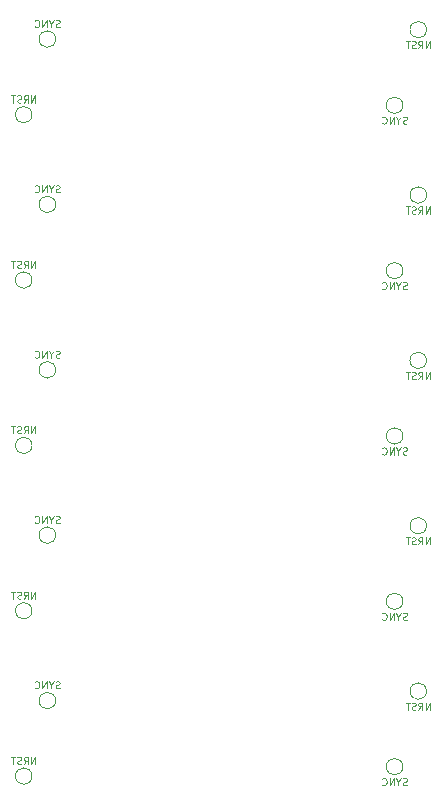
<source format=gbr>
G04 #@! TF.GenerationSoftware,KiCad,Pcbnew,(5.99.0-812-g5d5363396)*
G04 #@! TF.CreationDate,2020-02-01T10:18:43+03:00*
G04 #@! TF.ProjectId,stm32_ds2480_emu_panel,73746d33-325f-4647-9332-3438305f656d,rev?*
G04 #@! TF.SameCoordinates,PX68e7780PY7ed6b40*
G04 #@! TF.FileFunction,Legend,Bot*
G04 #@! TF.FilePolarity,Positive*
%FSLAX46Y46*%
G04 Gerber Fmt 4.6, Leading zero omitted, Abs format (unit mm)*
G04 Created by KiCad (PCBNEW (5.99.0-812-g5d5363396)) date 2020-02-01 10:18:43*
%MOMM*%
%LPD*%
G04 APERTURE LIST*
%ADD10C,0.120000*%
%ADD11C,0.100000*%
G04 APERTURE END LIST*
D10*
X50400000Y11200000D02*
G75*
G03*
X50400000Y11200000I-700000J0D01*
G01*
X50400000Y25200000D02*
G75*
G03*
X50400000Y25200000I-700000J0D01*
G01*
X50400000Y39200000D02*
G75*
G03*
X50400000Y39200000I-700000J0D01*
G01*
X50400000Y53200000D02*
G75*
G03*
X50400000Y53200000I-700000J0D01*
G01*
X52400000Y17600000D02*
G75*
G03*
X52400000Y17600000I-700000J0D01*
G01*
X52400000Y31600000D02*
G75*
G03*
X52400000Y31600000I-700000J0D01*
G01*
X52400000Y45600000D02*
G75*
G03*
X52400000Y45600000I-700000J0D01*
G01*
X52400000Y59600000D02*
G75*
G03*
X52400000Y59600000I-700000J0D01*
G01*
X21000000Y16800000D02*
G75*
G03*
X21000000Y16800000I-700000J0D01*
G01*
X21000000Y30800000D02*
G75*
G03*
X21000000Y30800000I-700000J0D01*
G01*
X21000000Y44800000D02*
G75*
G03*
X21000000Y44800000I-700000J0D01*
G01*
X21000000Y58800000D02*
G75*
G03*
X21000000Y58800000I-700000J0D01*
G01*
X19000000Y10400000D02*
G75*
G03*
X19000000Y10400000I-700000J0D01*
G01*
X19000000Y24400000D02*
G75*
G03*
X19000000Y24400000I-700000J0D01*
G01*
X19000000Y38400000D02*
G75*
G03*
X19000000Y38400000I-700000J0D01*
G01*
X19000000Y52400000D02*
G75*
G03*
X19000000Y52400000I-700000J0D01*
G01*
X50400000Y67200000D02*
G75*
G03*
X50400000Y67200000I-700000J0D01*
G01*
X52400000Y73600000D02*
G75*
G03*
X52400000Y73600000I-700000J0D01*
G01*
X19000000Y66400000D02*
G75*
G03*
X19000000Y66400000I-700000J0D01*
G01*
X21000000Y72800000D02*
G75*
G03*
X21000000Y72800000I-700000J0D01*
G01*
D11*
X50742857Y9657143D02*
X50657142Y9628572D01*
X50514285Y9628572D01*
X50457142Y9657143D01*
X50428571Y9685715D01*
X50400000Y9742858D01*
X50400000Y9800000D01*
X50428571Y9857143D01*
X50457142Y9885715D01*
X50514285Y9914286D01*
X50628571Y9942858D01*
X50685714Y9971429D01*
X50714285Y10000000D01*
X50742857Y10057143D01*
X50742857Y10114286D01*
X50714285Y10171429D01*
X50685714Y10200000D01*
X50628571Y10228572D01*
X50485714Y10228572D01*
X50400000Y10200000D01*
X50028571Y9914286D02*
X50028571Y9628572D01*
X50228571Y10228572D02*
X50028571Y9914286D01*
X49828571Y10228572D01*
X49628571Y9628572D02*
X49628571Y10228572D01*
X49285714Y9628572D01*
X49285714Y10228572D01*
X48657142Y9685715D02*
X48685714Y9657143D01*
X48771428Y9628572D01*
X48828571Y9628572D01*
X48914285Y9657143D01*
X48971428Y9714286D01*
X49000000Y9771429D01*
X49028571Y9885715D01*
X49028571Y9971429D01*
X49000000Y10085715D01*
X48971428Y10142858D01*
X48914285Y10200000D01*
X48828571Y10228572D01*
X48771428Y10228572D01*
X48685714Y10200000D01*
X48657142Y10171429D01*
X50742857Y23657143D02*
X50657142Y23628572D01*
X50514285Y23628572D01*
X50457142Y23657143D01*
X50428571Y23685715D01*
X50400000Y23742858D01*
X50400000Y23800000D01*
X50428571Y23857143D01*
X50457142Y23885715D01*
X50514285Y23914286D01*
X50628571Y23942858D01*
X50685714Y23971429D01*
X50714285Y24000000D01*
X50742857Y24057143D01*
X50742857Y24114286D01*
X50714285Y24171429D01*
X50685714Y24200000D01*
X50628571Y24228572D01*
X50485714Y24228572D01*
X50400000Y24200000D01*
X50028571Y23914286D02*
X50028571Y23628572D01*
X50228571Y24228572D02*
X50028571Y23914286D01*
X49828571Y24228572D01*
X49628571Y23628572D02*
X49628571Y24228572D01*
X49285714Y23628572D01*
X49285714Y24228572D01*
X48657142Y23685715D02*
X48685714Y23657143D01*
X48771428Y23628572D01*
X48828571Y23628572D01*
X48914285Y23657143D01*
X48971428Y23714286D01*
X49000000Y23771429D01*
X49028571Y23885715D01*
X49028571Y23971429D01*
X49000000Y24085715D01*
X48971428Y24142858D01*
X48914285Y24200000D01*
X48828571Y24228572D01*
X48771428Y24228572D01*
X48685714Y24200000D01*
X48657142Y24171429D01*
X50742857Y37657143D02*
X50657142Y37628572D01*
X50514285Y37628572D01*
X50457142Y37657143D01*
X50428571Y37685715D01*
X50400000Y37742858D01*
X50400000Y37800000D01*
X50428571Y37857143D01*
X50457142Y37885715D01*
X50514285Y37914286D01*
X50628571Y37942858D01*
X50685714Y37971429D01*
X50714285Y38000000D01*
X50742857Y38057143D01*
X50742857Y38114286D01*
X50714285Y38171429D01*
X50685714Y38200000D01*
X50628571Y38228572D01*
X50485714Y38228572D01*
X50400000Y38200000D01*
X50028571Y37914286D02*
X50028571Y37628572D01*
X50228571Y38228572D02*
X50028571Y37914286D01*
X49828571Y38228572D01*
X49628571Y37628572D02*
X49628571Y38228572D01*
X49285714Y37628572D01*
X49285714Y38228572D01*
X48657142Y37685715D02*
X48685714Y37657143D01*
X48771428Y37628572D01*
X48828571Y37628572D01*
X48914285Y37657143D01*
X48971428Y37714286D01*
X49000000Y37771429D01*
X49028571Y37885715D01*
X49028571Y37971429D01*
X49000000Y38085715D01*
X48971428Y38142858D01*
X48914285Y38200000D01*
X48828571Y38228572D01*
X48771428Y38228572D01*
X48685714Y38200000D01*
X48657142Y38171429D01*
X50742857Y51657143D02*
X50657142Y51628572D01*
X50514285Y51628572D01*
X50457142Y51657143D01*
X50428571Y51685715D01*
X50400000Y51742858D01*
X50400000Y51800000D01*
X50428571Y51857143D01*
X50457142Y51885715D01*
X50514285Y51914286D01*
X50628571Y51942858D01*
X50685714Y51971429D01*
X50714285Y52000000D01*
X50742857Y52057143D01*
X50742857Y52114286D01*
X50714285Y52171429D01*
X50685714Y52200000D01*
X50628571Y52228572D01*
X50485714Y52228572D01*
X50400000Y52200000D01*
X50028571Y51914286D02*
X50028571Y51628572D01*
X50228571Y52228572D02*
X50028571Y51914286D01*
X49828571Y52228572D01*
X49628571Y51628572D02*
X49628571Y52228572D01*
X49285714Y51628572D01*
X49285714Y52228572D01*
X48657142Y51685715D02*
X48685714Y51657143D01*
X48771428Y51628572D01*
X48828571Y51628572D01*
X48914285Y51657143D01*
X48971428Y51714286D01*
X49000000Y51771429D01*
X49028571Y51885715D01*
X49028571Y51971429D01*
X49000000Y52085715D01*
X48971428Y52142858D01*
X48914285Y52200000D01*
X48828571Y52228572D01*
X48771428Y52228572D01*
X48685714Y52200000D01*
X48657142Y52171429D01*
X52685714Y16028572D02*
X52685714Y16628572D01*
X52342857Y16028572D01*
X52342857Y16628572D01*
X51714285Y16028572D02*
X51914285Y16314286D01*
X52057142Y16028572D02*
X52057142Y16628572D01*
X51828571Y16628572D01*
X51771428Y16600000D01*
X51742857Y16571429D01*
X51714285Y16514286D01*
X51714285Y16428572D01*
X51742857Y16371429D01*
X51771428Y16342858D01*
X51828571Y16314286D01*
X52057142Y16314286D01*
X51485714Y16057143D02*
X51400000Y16028572D01*
X51257142Y16028572D01*
X51200000Y16057143D01*
X51171428Y16085715D01*
X51142857Y16142858D01*
X51142857Y16200000D01*
X51171428Y16257143D01*
X51200000Y16285715D01*
X51257142Y16314286D01*
X51371428Y16342858D01*
X51428571Y16371429D01*
X51457142Y16400000D01*
X51485714Y16457143D01*
X51485714Y16514286D01*
X51457142Y16571429D01*
X51428571Y16600000D01*
X51371428Y16628572D01*
X51228571Y16628572D01*
X51142857Y16600000D01*
X50971428Y16628572D02*
X50628571Y16628572D01*
X50800000Y16028572D02*
X50800000Y16628572D01*
X52685714Y30028572D02*
X52685714Y30628572D01*
X52342857Y30028572D01*
X52342857Y30628572D01*
X51714285Y30028572D02*
X51914285Y30314286D01*
X52057142Y30028572D02*
X52057142Y30628572D01*
X51828571Y30628572D01*
X51771428Y30600000D01*
X51742857Y30571429D01*
X51714285Y30514286D01*
X51714285Y30428572D01*
X51742857Y30371429D01*
X51771428Y30342858D01*
X51828571Y30314286D01*
X52057142Y30314286D01*
X51485714Y30057143D02*
X51400000Y30028572D01*
X51257142Y30028572D01*
X51200000Y30057143D01*
X51171428Y30085715D01*
X51142857Y30142858D01*
X51142857Y30200000D01*
X51171428Y30257143D01*
X51200000Y30285715D01*
X51257142Y30314286D01*
X51371428Y30342858D01*
X51428571Y30371429D01*
X51457142Y30400000D01*
X51485714Y30457143D01*
X51485714Y30514286D01*
X51457142Y30571429D01*
X51428571Y30600000D01*
X51371428Y30628572D01*
X51228571Y30628572D01*
X51142857Y30600000D01*
X50971428Y30628572D02*
X50628571Y30628572D01*
X50800000Y30028572D02*
X50800000Y30628572D01*
X52685714Y44028572D02*
X52685714Y44628572D01*
X52342857Y44028572D01*
X52342857Y44628572D01*
X51714285Y44028572D02*
X51914285Y44314286D01*
X52057142Y44028572D02*
X52057142Y44628572D01*
X51828571Y44628572D01*
X51771428Y44600000D01*
X51742857Y44571429D01*
X51714285Y44514286D01*
X51714285Y44428572D01*
X51742857Y44371429D01*
X51771428Y44342858D01*
X51828571Y44314286D01*
X52057142Y44314286D01*
X51485714Y44057143D02*
X51400000Y44028572D01*
X51257142Y44028572D01*
X51200000Y44057143D01*
X51171428Y44085715D01*
X51142857Y44142858D01*
X51142857Y44200000D01*
X51171428Y44257143D01*
X51200000Y44285715D01*
X51257142Y44314286D01*
X51371428Y44342858D01*
X51428571Y44371429D01*
X51457142Y44400000D01*
X51485714Y44457143D01*
X51485714Y44514286D01*
X51457142Y44571429D01*
X51428571Y44600000D01*
X51371428Y44628572D01*
X51228571Y44628572D01*
X51142857Y44600000D01*
X50971428Y44628572D02*
X50628571Y44628572D01*
X50800000Y44028572D02*
X50800000Y44628572D01*
X52685714Y58028572D02*
X52685714Y58628572D01*
X52342857Y58028572D01*
X52342857Y58628572D01*
X51714285Y58028572D02*
X51914285Y58314286D01*
X52057142Y58028572D02*
X52057142Y58628572D01*
X51828571Y58628572D01*
X51771428Y58600000D01*
X51742857Y58571429D01*
X51714285Y58514286D01*
X51714285Y58428572D01*
X51742857Y58371429D01*
X51771428Y58342858D01*
X51828571Y58314286D01*
X52057142Y58314286D01*
X51485714Y58057143D02*
X51400000Y58028572D01*
X51257142Y58028572D01*
X51200000Y58057143D01*
X51171428Y58085715D01*
X51142857Y58142858D01*
X51142857Y58200000D01*
X51171428Y58257143D01*
X51200000Y58285715D01*
X51257142Y58314286D01*
X51371428Y58342858D01*
X51428571Y58371429D01*
X51457142Y58400000D01*
X51485714Y58457143D01*
X51485714Y58514286D01*
X51457142Y58571429D01*
X51428571Y58600000D01*
X51371428Y58628572D01*
X51228571Y58628572D01*
X51142857Y58600000D01*
X50971428Y58628572D02*
X50628571Y58628572D01*
X50800000Y58028572D02*
X50800000Y58628572D01*
X21342857Y17857143D02*
X21257142Y17828572D01*
X21114285Y17828572D01*
X21057142Y17857143D01*
X21028571Y17885715D01*
X21000000Y17942858D01*
X21000000Y18000000D01*
X21028571Y18057143D01*
X21057142Y18085715D01*
X21114285Y18114286D01*
X21228571Y18142858D01*
X21285714Y18171429D01*
X21314285Y18200000D01*
X21342857Y18257143D01*
X21342857Y18314286D01*
X21314285Y18371429D01*
X21285714Y18400000D01*
X21228571Y18428572D01*
X21085714Y18428572D01*
X21000000Y18400000D01*
X20628571Y18114286D02*
X20628571Y17828572D01*
X20828571Y18428572D02*
X20628571Y18114286D01*
X20428571Y18428572D01*
X20228571Y17828572D02*
X20228571Y18428572D01*
X19885714Y17828572D01*
X19885714Y18428572D01*
X19257142Y17885715D02*
X19285714Y17857143D01*
X19371428Y17828572D01*
X19428571Y17828572D01*
X19514285Y17857143D01*
X19571428Y17914286D01*
X19600000Y17971429D01*
X19628571Y18085715D01*
X19628571Y18171429D01*
X19600000Y18285715D01*
X19571428Y18342858D01*
X19514285Y18400000D01*
X19428571Y18428572D01*
X19371428Y18428572D01*
X19285714Y18400000D01*
X19257142Y18371429D01*
X21342857Y31857143D02*
X21257142Y31828572D01*
X21114285Y31828572D01*
X21057142Y31857143D01*
X21028571Y31885715D01*
X21000000Y31942858D01*
X21000000Y32000000D01*
X21028571Y32057143D01*
X21057142Y32085715D01*
X21114285Y32114286D01*
X21228571Y32142858D01*
X21285714Y32171429D01*
X21314285Y32200000D01*
X21342857Y32257143D01*
X21342857Y32314286D01*
X21314285Y32371429D01*
X21285714Y32400000D01*
X21228571Y32428572D01*
X21085714Y32428572D01*
X21000000Y32400000D01*
X20628571Y32114286D02*
X20628571Y31828572D01*
X20828571Y32428572D02*
X20628571Y32114286D01*
X20428571Y32428572D01*
X20228571Y31828572D02*
X20228571Y32428572D01*
X19885714Y31828572D01*
X19885714Y32428572D01*
X19257142Y31885715D02*
X19285714Y31857143D01*
X19371428Y31828572D01*
X19428571Y31828572D01*
X19514285Y31857143D01*
X19571428Y31914286D01*
X19600000Y31971429D01*
X19628571Y32085715D01*
X19628571Y32171429D01*
X19600000Y32285715D01*
X19571428Y32342858D01*
X19514285Y32400000D01*
X19428571Y32428572D01*
X19371428Y32428572D01*
X19285714Y32400000D01*
X19257142Y32371429D01*
X21342857Y45857143D02*
X21257142Y45828572D01*
X21114285Y45828572D01*
X21057142Y45857143D01*
X21028571Y45885715D01*
X21000000Y45942858D01*
X21000000Y46000000D01*
X21028571Y46057143D01*
X21057142Y46085715D01*
X21114285Y46114286D01*
X21228571Y46142858D01*
X21285714Y46171429D01*
X21314285Y46200000D01*
X21342857Y46257143D01*
X21342857Y46314286D01*
X21314285Y46371429D01*
X21285714Y46400000D01*
X21228571Y46428572D01*
X21085714Y46428572D01*
X21000000Y46400000D01*
X20628571Y46114286D02*
X20628571Y45828572D01*
X20828571Y46428572D02*
X20628571Y46114286D01*
X20428571Y46428572D01*
X20228571Y45828572D02*
X20228571Y46428572D01*
X19885714Y45828572D01*
X19885714Y46428572D01*
X19257142Y45885715D02*
X19285714Y45857143D01*
X19371428Y45828572D01*
X19428571Y45828572D01*
X19514285Y45857143D01*
X19571428Y45914286D01*
X19600000Y45971429D01*
X19628571Y46085715D01*
X19628571Y46171429D01*
X19600000Y46285715D01*
X19571428Y46342858D01*
X19514285Y46400000D01*
X19428571Y46428572D01*
X19371428Y46428572D01*
X19285714Y46400000D01*
X19257142Y46371429D01*
X21342857Y59857143D02*
X21257142Y59828572D01*
X21114285Y59828572D01*
X21057142Y59857143D01*
X21028571Y59885715D01*
X21000000Y59942858D01*
X21000000Y60000000D01*
X21028571Y60057143D01*
X21057142Y60085715D01*
X21114285Y60114286D01*
X21228571Y60142858D01*
X21285714Y60171429D01*
X21314285Y60200000D01*
X21342857Y60257143D01*
X21342857Y60314286D01*
X21314285Y60371429D01*
X21285714Y60400000D01*
X21228571Y60428572D01*
X21085714Y60428572D01*
X21000000Y60400000D01*
X20628571Y60114286D02*
X20628571Y59828572D01*
X20828571Y60428572D02*
X20628571Y60114286D01*
X20428571Y60428572D01*
X20228571Y59828572D02*
X20228571Y60428572D01*
X19885714Y59828572D01*
X19885714Y60428572D01*
X19257142Y59885715D02*
X19285714Y59857143D01*
X19371428Y59828572D01*
X19428571Y59828572D01*
X19514285Y59857143D01*
X19571428Y59914286D01*
X19600000Y59971429D01*
X19628571Y60085715D01*
X19628571Y60171429D01*
X19600000Y60285715D01*
X19571428Y60342858D01*
X19514285Y60400000D01*
X19428571Y60428572D01*
X19371428Y60428572D01*
X19285714Y60400000D01*
X19257142Y60371429D01*
X19285714Y11428572D02*
X19285714Y12028572D01*
X18942857Y11428572D01*
X18942857Y12028572D01*
X18314285Y11428572D02*
X18514285Y11714286D01*
X18657142Y11428572D02*
X18657142Y12028572D01*
X18428571Y12028572D01*
X18371428Y12000000D01*
X18342857Y11971429D01*
X18314285Y11914286D01*
X18314285Y11828572D01*
X18342857Y11771429D01*
X18371428Y11742858D01*
X18428571Y11714286D01*
X18657142Y11714286D01*
X18085714Y11457143D02*
X18000000Y11428572D01*
X17857142Y11428572D01*
X17800000Y11457143D01*
X17771428Y11485715D01*
X17742857Y11542858D01*
X17742857Y11600000D01*
X17771428Y11657143D01*
X17800000Y11685715D01*
X17857142Y11714286D01*
X17971428Y11742858D01*
X18028571Y11771429D01*
X18057142Y11800000D01*
X18085714Y11857143D01*
X18085714Y11914286D01*
X18057142Y11971429D01*
X18028571Y12000000D01*
X17971428Y12028572D01*
X17828571Y12028572D01*
X17742857Y12000000D01*
X17571428Y12028572D02*
X17228571Y12028572D01*
X17400000Y11428572D02*
X17400000Y12028572D01*
X19285714Y25428572D02*
X19285714Y26028572D01*
X18942857Y25428572D01*
X18942857Y26028572D01*
X18314285Y25428572D02*
X18514285Y25714286D01*
X18657142Y25428572D02*
X18657142Y26028572D01*
X18428571Y26028572D01*
X18371428Y26000000D01*
X18342857Y25971429D01*
X18314285Y25914286D01*
X18314285Y25828572D01*
X18342857Y25771429D01*
X18371428Y25742858D01*
X18428571Y25714286D01*
X18657142Y25714286D01*
X18085714Y25457143D02*
X18000000Y25428572D01*
X17857142Y25428572D01*
X17800000Y25457143D01*
X17771428Y25485715D01*
X17742857Y25542858D01*
X17742857Y25600000D01*
X17771428Y25657143D01*
X17800000Y25685715D01*
X17857142Y25714286D01*
X17971428Y25742858D01*
X18028571Y25771429D01*
X18057142Y25800000D01*
X18085714Y25857143D01*
X18085714Y25914286D01*
X18057142Y25971429D01*
X18028571Y26000000D01*
X17971428Y26028572D01*
X17828571Y26028572D01*
X17742857Y26000000D01*
X17571428Y26028572D02*
X17228571Y26028572D01*
X17400000Y25428572D02*
X17400000Y26028572D01*
X19285714Y39428572D02*
X19285714Y40028572D01*
X18942857Y39428572D01*
X18942857Y40028572D01*
X18314285Y39428572D02*
X18514285Y39714286D01*
X18657142Y39428572D02*
X18657142Y40028572D01*
X18428571Y40028572D01*
X18371428Y40000000D01*
X18342857Y39971429D01*
X18314285Y39914286D01*
X18314285Y39828572D01*
X18342857Y39771429D01*
X18371428Y39742858D01*
X18428571Y39714286D01*
X18657142Y39714286D01*
X18085714Y39457143D02*
X18000000Y39428572D01*
X17857142Y39428572D01*
X17800000Y39457143D01*
X17771428Y39485715D01*
X17742857Y39542858D01*
X17742857Y39600000D01*
X17771428Y39657143D01*
X17800000Y39685715D01*
X17857142Y39714286D01*
X17971428Y39742858D01*
X18028571Y39771429D01*
X18057142Y39800000D01*
X18085714Y39857143D01*
X18085714Y39914286D01*
X18057142Y39971429D01*
X18028571Y40000000D01*
X17971428Y40028572D01*
X17828571Y40028572D01*
X17742857Y40000000D01*
X17571428Y40028572D02*
X17228571Y40028572D01*
X17400000Y39428572D02*
X17400000Y40028572D01*
X19285714Y53428572D02*
X19285714Y54028572D01*
X18942857Y53428572D01*
X18942857Y54028572D01*
X18314285Y53428572D02*
X18514285Y53714286D01*
X18657142Y53428572D02*
X18657142Y54028572D01*
X18428571Y54028572D01*
X18371428Y54000000D01*
X18342857Y53971429D01*
X18314285Y53914286D01*
X18314285Y53828572D01*
X18342857Y53771429D01*
X18371428Y53742858D01*
X18428571Y53714286D01*
X18657142Y53714286D01*
X18085714Y53457143D02*
X18000000Y53428572D01*
X17857142Y53428572D01*
X17800000Y53457143D01*
X17771428Y53485715D01*
X17742857Y53542858D01*
X17742857Y53600000D01*
X17771428Y53657143D01*
X17800000Y53685715D01*
X17857142Y53714286D01*
X17971428Y53742858D01*
X18028571Y53771429D01*
X18057142Y53800000D01*
X18085714Y53857143D01*
X18085714Y53914286D01*
X18057142Y53971429D01*
X18028571Y54000000D01*
X17971428Y54028572D01*
X17828571Y54028572D01*
X17742857Y54000000D01*
X17571428Y54028572D02*
X17228571Y54028572D01*
X17400000Y53428572D02*
X17400000Y54028572D01*
X50742857Y65657143D02*
X50657142Y65628572D01*
X50514285Y65628572D01*
X50457142Y65657143D01*
X50428571Y65685715D01*
X50400000Y65742858D01*
X50400000Y65800000D01*
X50428571Y65857143D01*
X50457142Y65885715D01*
X50514285Y65914286D01*
X50628571Y65942858D01*
X50685714Y65971429D01*
X50714285Y66000000D01*
X50742857Y66057143D01*
X50742857Y66114286D01*
X50714285Y66171429D01*
X50685714Y66200000D01*
X50628571Y66228572D01*
X50485714Y66228572D01*
X50400000Y66200000D01*
X50028571Y65914286D02*
X50028571Y65628572D01*
X50228571Y66228572D02*
X50028571Y65914286D01*
X49828571Y66228572D01*
X49628571Y65628572D02*
X49628571Y66228572D01*
X49285714Y65628572D01*
X49285714Y66228572D01*
X48657142Y65685715D02*
X48685714Y65657143D01*
X48771428Y65628572D01*
X48828571Y65628572D01*
X48914285Y65657143D01*
X48971428Y65714286D01*
X49000000Y65771429D01*
X49028571Y65885715D01*
X49028571Y65971429D01*
X49000000Y66085715D01*
X48971428Y66142858D01*
X48914285Y66200000D01*
X48828571Y66228572D01*
X48771428Y66228572D01*
X48685714Y66200000D01*
X48657142Y66171429D01*
X52685714Y72028572D02*
X52685714Y72628572D01*
X52342857Y72028572D01*
X52342857Y72628572D01*
X51714285Y72028572D02*
X51914285Y72314286D01*
X52057142Y72028572D02*
X52057142Y72628572D01*
X51828571Y72628572D01*
X51771428Y72600000D01*
X51742857Y72571429D01*
X51714285Y72514286D01*
X51714285Y72428572D01*
X51742857Y72371429D01*
X51771428Y72342858D01*
X51828571Y72314286D01*
X52057142Y72314286D01*
X51485714Y72057143D02*
X51400000Y72028572D01*
X51257142Y72028572D01*
X51200000Y72057143D01*
X51171428Y72085715D01*
X51142857Y72142858D01*
X51142857Y72200000D01*
X51171428Y72257143D01*
X51200000Y72285715D01*
X51257142Y72314286D01*
X51371428Y72342858D01*
X51428571Y72371429D01*
X51457142Y72400000D01*
X51485714Y72457143D01*
X51485714Y72514286D01*
X51457142Y72571429D01*
X51428571Y72600000D01*
X51371428Y72628572D01*
X51228571Y72628572D01*
X51142857Y72600000D01*
X50971428Y72628572D02*
X50628571Y72628572D01*
X50800000Y72028572D02*
X50800000Y72628572D01*
X19285714Y67428572D02*
X19285714Y68028572D01*
X18942857Y67428572D01*
X18942857Y68028572D01*
X18314285Y67428572D02*
X18514285Y67714286D01*
X18657142Y67428572D02*
X18657142Y68028572D01*
X18428571Y68028572D01*
X18371428Y68000000D01*
X18342857Y67971429D01*
X18314285Y67914286D01*
X18314285Y67828572D01*
X18342857Y67771429D01*
X18371428Y67742858D01*
X18428571Y67714286D01*
X18657142Y67714286D01*
X18085714Y67457143D02*
X18000000Y67428572D01*
X17857142Y67428572D01*
X17800000Y67457143D01*
X17771428Y67485715D01*
X17742857Y67542858D01*
X17742857Y67600000D01*
X17771428Y67657143D01*
X17800000Y67685715D01*
X17857142Y67714286D01*
X17971428Y67742858D01*
X18028571Y67771429D01*
X18057142Y67800000D01*
X18085714Y67857143D01*
X18085714Y67914286D01*
X18057142Y67971429D01*
X18028571Y68000000D01*
X17971428Y68028572D01*
X17828571Y68028572D01*
X17742857Y68000000D01*
X17571428Y68028572D02*
X17228571Y68028572D01*
X17400000Y67428572D02*
X17400000Y68028572D01*
X21342857Y73857143D02*
X21257142Y73828572D01*
X21114285Y73828572D01*
X21057142Y73857143D01*
X21028571Y73885715D01*
X21000000Y73942858D01*
X21000000Y74000000D01*
X21028571Y74057143D01*
X21057142Y74085715D01*
X21114285Y74114286D01*
X21228571Y74142858D01*
X21285714Y74171429D01*
X21314285Y74200000D01*
X21342857Y74257143D01*
X21342857Y74314286D01*
X21314285Y74371429D01*
X21285714Y74400000D01*
X21228571Y74428572D01*
X21085714Y74428572D01*
X21000000Y74400000D01*
X20628571Y74114286D02*
X20628571Y73828572D01*
X20828571Y74428572D02*
X20628571Y74114286D01*
X20428571Y74428572D01*
X20228571Y73828572D02*
X20228571Y74428572D01*
X19885714Y73828572D01*
X19885714Y74428572D01*
X19257142Y73885715D02*
X19285714Y73857143D01*
X19371428Y73828572D01*
X19428571Y73828572D01*
X19514285Y73857143D01*
X19571428Y73914286D01*
X19600000Y73971429D01*
X19628571Y74085715D01*
X19628571Y74171429D01*
X19600000Y74285715D01*
X19571428Y74342858D01*
X19514285Y74400000D01*
X19428571Y74428572D01*
X19371428Y74428572D01*
X19285714Y74400000D01*
X19257142Y74371429D01*
M02*

</source>
